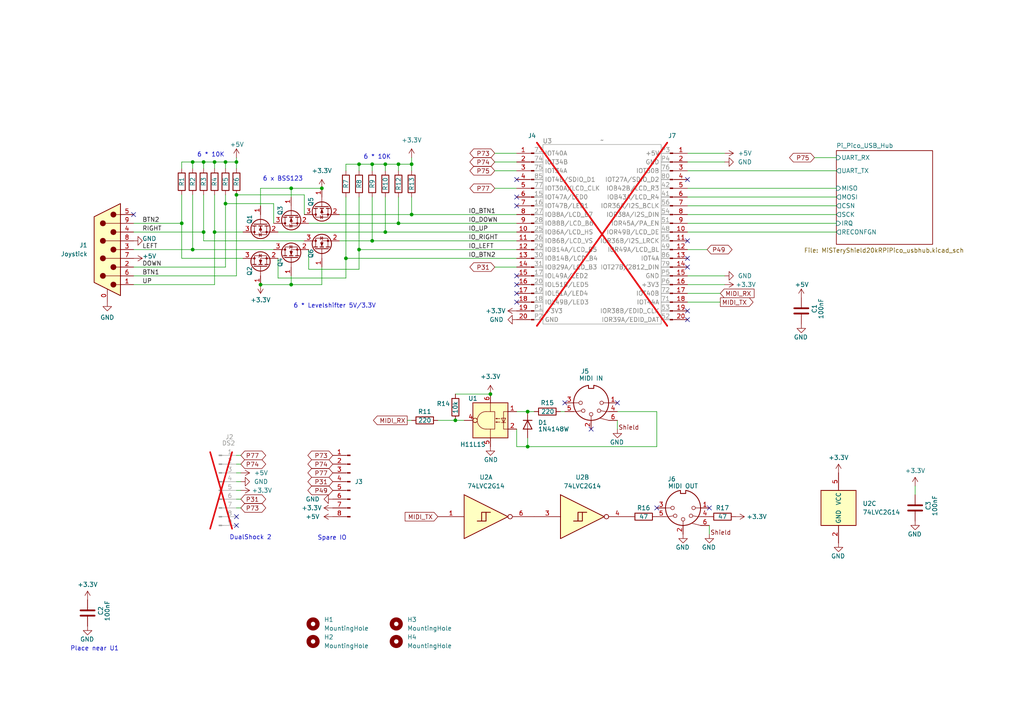
<source format=kicad_sch>
(kicad_sch (version 20231120) (generator "eeschema") (generator_version "8.0")
  (paper "A4")
  (title_block (title "MiSTeryShield20KPiPico") (date "2025-01-30") (rev "V1") (company "Stefan Voss") (comment 3 "(c) 2025 by Stefan Voss") (comment 4 "MiSTery Pi Pico WLAN Shield for Tang Nano 20K"))
  (lib_symbols
    (symbol "74xGxx:74LVC2G14"
      (property "Reference" "U" (at 0 7.62 0))
      (property "Value" "74LVC2G14" (at 2.54 -7.62 0))
      (symbol "74LVC2G14_1_1"
        (pin input line (at -15.24 0 0) (length 7.62) (name "~") (number "1"))
        (pin output inverted (at 12.7 0 180) (length 7.62) (name "~") (number "6"))
      )
      (symbol "74LVC2G14_2_1"
        (pin input line (at -15.24 0 0) (length 7.62) (name "~") (number "3"))
        (pin output inverted (at 12.7 0 180) (length 7.62) (name "~") (number "4"))
      )
      (symbol "74LVC2G14_3_1"
        (pin power_in line (at 0 -10.16 90) (length 5.08) (name "GND") (number "2"))
        (pin power_in line (at 0 10.16 270) (length 5.08) (name "VCC") (number "5"))
      )
    )
    (symbol "Connector:Conn_01x08_Pin" (pin_names (offset 1.016) hide)
      (property "Reference" "J" (at 0 10.16 0))
      (property "Value" "Conn_01x08_Pin" (at 0 -12.7 0))
      (symbol "Conn_01x08_Pin_1_1"
        (pin passive line (at 5.08 7.62 180) (length 3.81) (name "Pin_1") (number "1"))
        (pin passive line (at 5.08 5.08 180) (length 3.81) (name "Pin_2") (number "2"))
        (pin passive line (at 5.08 2.54 180) (length 3.81) (name "Pin_3") (number "3"))
        (pin passive line (at 5.08 0 180) (length 3.81) (name "Pin_4") (number "4"))
        (pin passive line (at 5.08 -2.54 180) (length 3.81) (name "Pin_5") (number "5"))
        (pin passive line (at 5.08 -5.08 180) (length 3.81) (name "Pin_6") (number "6"))
        (pin passive line (at 5.08 -7.62 180) (length 3.81) (name "Pin_7") (number "7"))
        (pin passive line (at 5.08 -10.16 180) (length 3.81) (name "Pin_8") (number "8"))
      )
    )
    (symbol "Connector:Conn_01x09_Pin" (pin_names (offset 1.016) hide)
      (property "Reference" "J" (at 0 12.7 0))
      (property "Value" "Conn_01x09_Pin" (at 0 -12.7 0))
      (symbol "Conn_01x09_Pin_1_1"
        (pin passive line (at 5.08 10.16 180) (length 3.81) (name "Pin_1") (number "1"))
        (pin passive line (at 5.08 7.62 180) (length 3.81) (name "Pin_2") (number "2"))
        (pin passive line (at 5.08 5.08 180) (length 3.81) (name "Pin_3") (number "3"))
        (pin passive line (at 5.08 2.54 180) (length 3.81) (name "Pin_4") (number "4"))
        (pin passive line (at 5.08 0 180) (length 3.81) (name "Pin_5") (number "5"))
        (pin passive line (at 5.08 -2.54 180) (length 3.81) (name "Pin_6") (number "6"))
        (pin passive line (at 5.08 -5.08 180) (length 3.81) (name "Pin_7") (number "7"))
        (pin passive line (at 5.08 -7.62 180) (length 3.81) (name "Pin_8") (number "8"))
        (pin passive line (at 5.08 -10.16 180) (length 3.81) (name "Pin_9") (number "9"))
      )
    )
    (symbol "Connector:Conn_01x20_Pin" (pin_names (offset 1.016) hide)
      (property "Reference" "J" (at 0 25.4 0))
      (property "Value" "Conn_01x20_Pin" (at 0 -27.94 0))
      (symbol "Conn_01x20_Pin_1_1"
        (pin passive line (at 5.08 22.86 180) (length 3.81) (name "Pin_1") (number "1"))
        (pin passive line (at 5.08 0 180) (length 3.81) (name "Pin_10") (number "10"))
        (pin passive line (at 5.08 -2.54 180) (length 3.81) (name "Pin_11") (number "11"))
        (pin passive line (at 5.08 -5.08 180) (length 3.81) (name "Pin_12") (number "12"))
        (pin passive line (at 5.08 -7.62 180) (length 3.81) (name "Pin_13") (number "13"))
        (pin passive line (at 5.08 -10.16 180) (length 3.81) (name "Pin_14") (number "14"))
        (pin passive line (at 5.08 -12.7 180) (length 3.81) (name "Pin_15") (number "15"))
        (pin passive line (at 5.08 -15.24 180) (length 3.81) (name "Pin_16") (number "16"))
        (pin passive line (at 5.08 -17.78 180) (length 3.81) (name "Pin_17") (number "17"))
        (pin passive line (at 5.08 -20.32 180) (length 3.81) (name "Pin_18") (number "18"))
        (pin passive line (at 5.08 -22.86 180) (length 3.81) (name "Pin_19") (number "19"))
        (pin passive line (at 5.08 20.32 180) (length 3.81) (name "Pin_2") (number "2"))
        (pin passive line (at 5.08 -25.4 180) (length 3.81) (name "Pin_20") (number "20"))
        (pin passive line (at 5.08 17.78 180) (length 3.81) (name "Pin_3") (number "3"))
        (pin passive line (at 5.08 15.24 180) (length 3.81) (name "Pin_4") (number "4"))
        (pin passive line (at 5.08 12.7 180) (length 3.81) (name "Pin_5") (number "5"))
        (pin passive line (at 5.08 10.16 180) (length 3.81) (name "Pin_6") (number "6"))
        (pin passive line (at 5.08 7.62 180) (length 3.81) (name "Pin_7") (number "7"))
        (pin passive line (at 5.08 5.08 180) (length 3.81) (name "Pin_8") (number "8"))
        (pin passive line (at 5.08 2.54 180) (length 3.81) (name "Pin_9") (number "9"))
      )
    )
    (symbol "Connector:DE9_Plug_MountingHoles" (pin_names (offset 1.016) hide)
      (property "Reference" "J" (at 0 16.51 0))
      (property "Value" "DE9_Plug_MountingHoles" (at 0 14.605 0))
      (symbol "DE9_Plug_MountingHoles_1_1"
        (pin passive line (at 0 -15.24 90) (length 3.81) (name "PAD") (number "0"))
        (pin passive line (at -7.62 -10.16 0) (length 3.81) (name "1") (number "1"))
        (pin passive line (at -7.62 -5.08 0) (length 3.81) (name "2") (number "2"))
        (pin passive line (at -7.62 0 0) (length 3.81) (name "3") (number "3"))
        (pin passive line (at -7.62 5.08 0) (length 3.81) (name "4") (number "4"))
        (pin passive line (at -7.62 10.16 0) (length 3.81) (name "5") (number "5"))
        (pin passive line (at -7.62 -7.62 0) (length 3.81) (name "6") (number "6"))
        (pin passive line (at -7.62 -2.54 0) (length 3.81) (name "7") (number "7"))
        (pin passive line (at -7.62 2.54 0) (length 3.81) (name "8") (number "8"))
        (pin passive line (at -7.62 7.62 0) (length 3.81) (name "9") (number "9"))
      )
    )
    (symbol "Device:C" (pin_numbers hide) (pin_names (offset 0.254))
      (property "Reference" "C" (at 0.635 2.54 0))
      (property "Value" "C" (at 0.635 -2.54 0))
      (symbol "C_1_1"
        (pin passive line (at 0 3.81 270) (length 2.794) (name "~") (number "1"))
        (pin passive line (at 0 -3.81 90) (length 2.794) (name "~") (number "2"))
      )
    )
    (symbol "Device:R" (pin_numbers hide) (pin_names (offset 0))
      (property "Reference" "R" (at 2.032 0 90))
      (property "Value" "R" (at 0 0 90))
      (symbol "R_1_1"
        (pin passive line (at 0 3.81 270) (length 1.27) (name "~") (number "1"))
        (pin passive line (at 0 -3.81 90) (length 1.27) (name "~") (number "2"))
      )
    )
    (symbol "Diode:1N4148W" (pin_numbers hide) (pin_names hide)
      (property "Reference" "D" (at 0 2.54 0))
      (property "Value" "1N4148W" (at 0 -2.54 0))
      (symbol "1N4148W_1_1"
        (pin passive line (at -3.81 0 0) (length 2.54) (name "K") (number "1"))
        (pin passive line (at 3.81 0 180) (length 2.54) (name "A") (number "2"))
      )
    )
    (symbol "Isolator:H11L1" (pin_names (offset 1.016))
      (property "Reference" "U" (at 1.27 8.89 0))
      (property "Value" "H11L1" (at 1.27 6.35 0))
      (symbol "H11L1_1_1"
        (pin passive line (at -7.62 2.54 0) (length 2.54) (name "~") (number "1"))
        (pin passive line (at -7.62 -2.54 0) (length 2.54) (name "~") (number "2"))
        (pin no_connect line (at -5.08 0 0) (length 2.54) hide (name "~") (number "3"))
        (pin output inverted (at 7.62 0 180) (length 3.81) (name "~") (number "4"))
        (pin power_in line (at 0 -7.62 90) (length 2.54) (name "~") (number "5"))
        (pin power_in line (at 0 7.62 270) (length 2.54) (name "~") (number "6"))
      )
    )
    (symbol "Mechanical:MountingHole" (pin_names (offset 1.016))
      (property "Reference" "H" (at 0 5.08 0))
      (property "Value" "MountingHole" (at 0 3.175 0))
    )
    (symbol "Transistor_FET:BSS123" (pin_names hide)
      (property "Reference" "Q" (at 5.08 1.905 0))
      (property "Value" "BSS123" (at 5.08 0 0))
      (symbol "BSS123_1_1"
        (pin input line (at -5.08 0 0) (length 2.54) (name "G") (number "1"))
        (pin passive line (at 2.54 -5.08 90) (length 2.54) (name "S") (number "2"))
        (pin passive line (at 2.54 5.08 270) (length 2.54) (name "D") (number "3"))
      )
    )
    (symbol "misteryshield20kpico:DIN-5_180degree" (pin_names (offset 1.016))
      (property "Reference" "J" (at 3.175 5.715 0))
      (property "Value" "DIN-5_180degree" (at 0 -6.35 0))
      (symbol "DIN-5_180degree_1_1"
        (text "Shield\n" (at -10.922 7.112 0) (effects (font (size 1.27 1.27))))
        (pin passive line (at -7.62 0 0) (length 2.54) (name "~") (number "1"))
        (pin passive line (at 0 7.62 270) (length 2.54) (name "~") (number "2"))
        (pin passive line (at 7.62 0 180) (length 2.54) (name "~") (number "3"))
        (pin passive line (at -7.62 2.54 0) (length 2.54) (name "~") (number "4"))
        (pin passive line (at 7.62 2.54 180) (length 2.54) (name "~") (number "5"))
        (pin passive line (at -7.62 5.08 0) (length 2.54) (name "~") (number "6"))
      )
    )
    (symbol "misteryshield20kpico:TangNano-20K"
      (property "Reference" "U" (at -16.51 27.94 0))
      (symbol "TangNano-20K_1_1"
        (pin bidirectional line (at -20.32 11.43 0) (length 2.54) (name "IOT47A/LED0") (number "15"))
        (pin bidirectional line (at -20.32 8.89 0) (length 2.54) (name "IOT47B/LED1") (number "16"))
        (pin bidirectional line (at -20.32 -11.43 0) (length 2.54) (name "IOL49A/LED2") (number "17"))
        (pin bidirectional line (at -20.32 -19.05 0) (length 2.54) (name "IOL49B/LED3") (number "18"))
        (pin bidirectional line (at -20.32 -16.51 0) (length 2.54) (name "IOL51A/LED4") (number "19"))
        (pin bidirectional line (at -20.32 -13.97 0) (length 2.54) (name "IOL51B/LED5") (number "20"))
        (pin bidirectional line (at -20.32 1.27 0) (length 2.54) (name "IOB6A/LCD_HS") (number "25"))
        (pin bidirectional line (at -20.32 -1.27 0) (length 2.54) (name "IOB6B/LCD_VS") (number "26"))
        (pin bidirectional line (at -20.32 6.35 0) (length 2.54) (name "IOB8A/LCD_B7") (number "27"))
        (pin bidirectional line (at -20.32 3.81 0) (length 2.54) (name "IOB8B/LCD_B6") (number "28"))
        (pin bidirectional line (at -20.32 -3.81 0) (length 2.54) (name "IOB14A/LCD_B5") (number "29"))
        (pin bidirectional line (at -20.32 -6.35 0) (length 2.54) (name "IOB14B/LCD_B4") (number "30"))
        (pin bidirectional line (at -20.32 -8.89 0) (length 2.54) (name "IOB29A/LCD_B3") (number "31"))
        (pin bidirectional line (at 19.05 11.43 180) (length 2.54) (name "IOB43A/LCD_R4") (number "41"))
        (pin bidirectional line (at 19.05 13.97 180) (length 2.54) (name "IOB42B/LCD_R3") (number "42"))
        (pin bidirectional line (at 19.05 1.27 180) (length 2.54) (name "IOR49B/LCD_DE") (number "48"))
        (pin bidirectional line (at 19.05 -3.81 180) (length 2.54) (name "IOR49A/LCD_BL") (number "49"))
        (pin bidirectional line (at 19.05 3.81 180) (length 2.54) (name "IOR45A/PA_EN") (number "51"))
        (pin bidirectional line (at 19.05 -24.13 180) (length 2.54) (name "IOR39A/EDID_DAT") (number "52"))
        (pin bidirectional line (at 19.05 -21.59 180) (length 2.54) (name "IOR38B/EDID_CLK") (number "53"))
        (pin bidirectional line (at 19.05 6.35 180) (length 2.54) (name "IOR38A/I2S_DIN") (number "54"))
        (pin bidirectional line (at 19.05 -1.27 180) (length 2.54) (name "IOR36B/I2S_LRCK") (number "55"))
        (pin bidirectional line (at 19.05 8.89 180) (length 2.54) (name "IOR36A/I2S_BCLK") (number "56"))
        (pin bidirectional line (at 19.05 -19.05 180) (length 2.54) (name "IOT44A") (number "71"))
        (pin bidirectional line (at 19.05 -16.51 180) (length 2.54) (name "IOT40B") (number "72"))
        (pin bidirectional line (at -20.32 24.13 0) (length 2.54) (name "IOT40A") (number "73"))
        (pin bidirectional line (at -20.32 21.59 0) (length 2.54) (name "IOT34B") (number "74"))
        (pin bidirectional line (at -20.32 19.05 0) (length 2.54) (name "IOT34A") (number "75"))
        (pin bidirectional line (at 19.05 19.05 180) (length 2.54) (name "IOT30B") (number "76"))
        (pin bidirectional line (at -20.32 13.97 0) (length 2.54) (name "IOT30A/LCD_CLK") (number "77"))
        (pin bidirectional line (at 19.05 -8.89 180) (length 2.54) (name "IOT27B/2812_DIN") (number "79"))
        (pin bidirectional line (at 19.05 16.51 180) (length 2.54) (name "IOT27A/SDIO_D2") (number "80"))
        (pin bidirectional line (at -20.32 16.51 0) (length 2.54) (name "IOT4B/SDIO_D1") (number "85"))
        (pin bidirectional line (at 19.05 -6.35 180) (length 2.54) (name "IOT4A") (number "86"))
        (pin power_out line (at -20.32 -21.59 0) (length 2.54) (name "+3V3") (number "P1"))
        (pin power_in line (at -20.32 -24.13 0) (length 2.54) (name "GND") (number "P2"))
        (pin power_in line (at 19.05 24.13 180) (length 2.54) (name "+5V") (number "P3"))
        (pin power_in line (at 19.05 21.59 180) (length 2.54) (name "GND") (number "P4"))
        (pin power_in line (at 19.05 -11.43 180) (length 2.54) (name "GND") (number "P5"))
        (pin power_out line (at 19.05 -13.97 180) (length 2.54) (name "+3V3") (number "P6"))
      )
    )
    (symbol "power:+3.3V" (power) (pin_names (offset 0))
      (property "Value" "+3.3V" (at 0 3.556 0))
      (symbol "+3.3V_1_1"
        (pin power_in line (at 0 0 90) (length 0) hide (name "+3.3V") (number "1"))
      )
    )
    (symbol "power:+5V" (power) (pin_names (offset 0))
      (property "Value" "+5V" (at 0 3.556 0))
      (symbol "+5V_1_1"
        (pin power_in line (at 0 0 90) (length 0) hide (name "+5V") (number "1"))
      )
    )
    (symbol "power:GND" (power) (pin_names (offset 0))
      (property "Value" "GND" (at 0 -3.81 0))
      (symbol "GND_1_1"
        (pin power_in line (at 0 0 270) (length 0) hide (name "GND") (number "1"))
      )
    )
  )
  (junction (at 107.95 69.85))
  (junction (at 104.14 72.39))
  (junction (at 115.57 47.625))
  (junction (at 59.055 67.31))
  (junction (at 55.88 46.99))
  (junction (at 84.455 54.61))
  (junction (at 142.24 114.3))
  (junction (at 119.38 62.23))
  (junction (at 55.88 72.39))
  (junction (at 68.58 46.99))
  (junction (at 104.14 47.625))
  (junction (at 153.035 119.38))
  (junction (at 59.055 46.99))
  (junction (at 52.705 64.77))
  (junction (at 65.405 46.99))
  (junction (at 84.455 82.55))
  (junction (at 100.33 74.93))
  (junction (at 111.76 67.31))
  (junction (at 75.565 82.55))
  (junction (at 111.76 47.625))
  (junction (at 65.405 59.055))
  (junction (at 62.23 46.99))
  (junction (at 119.38 47.625))
  (junction (at 107.95 47.625))
  (junction (at 153.035 129.54))
  (junction (at 93.345 54.61))
  (junction (at 132.08 121.92))
  (junction (at 115.57 64.77))
  (junction (at 62.23 67.31))
  (junction (at 68.58 56.515))
  (no_connect (at 199.39 69.85))
  (no_connect (at 149.86 82.55))
  (no_connect (at 163.83 116.84))
  (no_connect (at 149.86 80.01))
  (no_connect (at 205.74 147.32))
  (no_connect (at 149.86 52.07))
  (no_connect (at 149.86 59.69))
  (no_connect (at 68.58 152.4))
  (no_connect (at 190.5 147.32))
  (no_connect (at 149.86 85.09))
  (no_connect (at 199.39 77.47))
  (no_connect (at 199.39 90.17))
  (no_connect (at 38.735 62.23))
  (no_connect (at 171.45 124.46))
  (no_connect (at 149.86 57.15))
  (no_connect (at 149.86 87.63))
  (no_connect (at 199.39 52.07))
  (no_connect (at 68.58 149.86))
  (no_connect (at 199.39 92.71))
  (no_connect (at 199.39 74.93))
  (no_connect (at 179.07 116.84))
  (wire (pts (xy 84.455 54.61) (xy 93.345 54.61)))
  (wire (pts (xy 111.76 57.15) (xy 111.76 67.31)))
  (wire (pts (xy 89.535 64.77) (xy 115.57 64.77)))
  (wire (pts (xy 190.5 119.38) (xy 190.5 129.54)))
  (wire (pts (xy 68.58 134.62) (xy 69.85 134.62)))
  (wire (pts (xy 88.265 56.515) (xy 88.265 62.23)))
  (wire (pts (xy 143.51 49.53) (xy 149.86 49.53)))
  (wire (pts (xy 115.57 64.77) (xy 149.86 64.77)))
  (wire (pts (xy 55.88 46.99) (xy 55.88 48.895)))
  (wire (pts (xy 179.07 121.92) (xy 179.07 124.46)))
  (wire (pts (xy 100.33 74.93) (xy 149.86 74.93)))
  (wire (pts (xy 143.51 46.99) (xy 149.86 46.99)))
  (wire (pts (xy 62.23 67.31) (xy 70.485 67.31)))
  (wire (pts (xy 190.5 129.54) (xy 153.035 129.54)))
  (wire (pts (xy 119.38 47.625) (xy 119.38 45.72)))
  (wire (pts (xy 100.33 47.625) (xy 104.14 47.625)))
  (wire (pts (xy 84.455 82.55) (xy 93.345 82.55)))
  (wire (pts (xy 52.705 74.93) (xy 52.705 64.77)))
  (wire (pts (xy 111.76 47.625) (xy 111.76 49.53)))
  (wire (pts (xy 65.405 59.055) (xy 65.405 56.515)))
  (wire (pts (xy 199.39 62.23) (xy 242.57 62.23)))
  (wire (pts (xy 65.405 46.99) (xy 65.405 48.895)))
  (wire (pts (xy 52.705 48.895) (xy 52.705 46.99)))
  (wire (pts (xy 52.705 46.99) (xy 55.88 46.99)))
  (wire (pts (xy 104.14 47.625) (xy 104.14 49.53)))
  (wire (pts (xy 62.23 46.99) (xy 65.405 46.99)))
  (wire (pts (xy 38.735 64.77) (xy 52.705 64.77)))
  (wire (pts (xy 79.375 59.055) (xy 65.405 59.055)))
  (wire (pts (xy 75.565 54.61) (xy 84.455 54.61)))
  (wire (pts (xy 52.705 64.77) (xy 52.705 56.515)))
  (wire (pts (xy 149.86 129.54) (xy 149.86 124.46)))
  (wire (pts (xy 199.39 46.99) (xy 210.185 46.99)))
  (wire (pts (xy 111.76 47.625) (xy 115.57 47.625)))
  (wire (pts (xy 143.51 77.47) (xy 149.86 77.47)))
  (wire (pts (xy 52.705 74.93) (xy 70.485 74.93)))
  (wire (pts (xy 68.58 46.99) (xy 68.58 48.895)))
  (wire (pts (xy 65.405 59.055) (xy 65.405 77.47)))
  (wire (pts (xy 89.535 78.105) (xy 104.14 78.105)))
  (wire (pts (xy 153.035 129.54) (xy 149.86 129.54)))
  (wire (pts (xy 119.38 62.23) (xy 149.86 62.23)))
  (wire (pts (xy 68.58 142.24) (xy 69.85 142.24)))
  (wire (pts (xy 265.43 140.97) (xy 265.43 143.51)))
  (wire (pts (xy 100.33 74.93) (xy 100.33 80.645)))
  (wire (pts (xy 59.055 46.99) (xy 62.23 46.99)))
  (wire (pts (xy 62.23 67.31) (xy 62.23 56.515)))
  (wire (pts (xy 38.735 77.47) (xy 65.405 77.47)))
  (wire (pts (xy 107.95 47.625) (xy 107.95 49.53)))
  (wire (pts (xy 68.58 137.16) (xy 69.85 137.16)))
  (wire (pts (xy 55.88 72.39) (xy 55.88 56.515)))
  (wire (pts (xy 127 121.92) (xy 132.08 121.92)))
  (wire (pts (xy 199.39 44.45) (xy 210.185 44.45)))
  (wire (pts (xy 199.39 72.39) (xy 205.105 72.39)))
  (wire (pts (xy 132.08 121.92) (xy 134.62 121.92)))
  (wire (pts (xy 84.455 57.15) (xy 84.455 54.61)))
  (wire (pts (xy 79.375 59.055) (xy 79.375 64.77)))
  (wire (pts (xy 115.57 47.625) (xy 119.38 47.625)))
  (wire (pts (xy 236.22 45.72) (xy 242.57 45.72)))
  (wire (pts (xy 153.035 119.38) (xy 149.86 119.38)))
  (wire (pts (xy 153.035 129.54) (xy 153.035 127)))
  (wire (pts (xy 118.11 121.92) (xy 119.38 121.92)))
  (wire (pts (xy 65.405 46.99) (xy 68.58 46.99)))
  (wire (pts (xy 143.51 54.61) (xy 149.86 54.61)))
  (wire (pts (xy 68.58 56.515) (xy 88.265 56.515)))
  (wire (pts (xy 104.14 72.39) (xy 149.86 72.39)))
  (wire (pts (xy 75.565 82.55) (xy 84.455 82.55)))
  (wire (pts (xy 80.645 80.645) (xy 100.33 80.645)))
  (wire (pts (xy 205.74 152.4) (xy 205.74 154.94)))
  (wire (pts (xy 199.39 87.63) (xy 208.915 87.63)))
  (wire (pts (xy 104.14 72.39) (xy 104.14 78.105)))
  (wire (pts (xy 38.735 72.39) (xy 55.88 72.39)))
  (wire (pts (xy 199.39 54.61) (xy 242.57 54.61)))
  (wire (pts (xy 104.14 47.625) (xy 107.95 47.625)))
  (wire (pts (xy 104.14 57.15) (xy 104.14 72.39)))
  (wire (pts (xy 107.95 69.85) (xy 149.86 69.85)))
  (wire (pts (xy 199.39 57.15) (xy 242.57 57.15)))
  (wire (pts (xy 179.07 119.38) (xy 190.5 119.38)))
  (wire (pts (xy 107.95 57.15) (xy 107.95 69.85)))
  (wire (pts (xy 80.645 74.93) (xy 80.645 80.645)))
  (wire (pts (xy 80.645 67.31) (xy 111.76 67.31)))
  (wire (pts (xy 68.58 56.515) (xy 68.58 80.01)))
  (wire (pts (xy 119.38 57.15) (xy 119.38 62.23)))
  (wire (pts (xy 89.535 72.39) (xy 89.535 78.105)))
  (wire (pts (xy 59.055 69.85) (xy 59.055 67.31)))
  (wire (pts (xy 132.08 114.3) (xy 142.24 114.3)))
  (wire (pts (xy 38.735 82.55) (xy 62.23 82.55)))
  (wire (pts (xy 199.39 82.55) (xy 210.185 82.55)))
  (wire (pts (xy 59.055 69.85) (xy 88.265 69.85)))
  (wire (pts (xy 68.58 139.7) (xy 69.85 139.7)))
  (wire (pts (xy 98.425 62.23) (xy 119.38 62.23)))
  (wire (pts (xy 100.33 57.15) (xy 100.33 74.93)))
  (wire (pts (xy 199.39 64.77) (xy 242.57 64.77)))
  (wire (pts (xy 38.735 67.31) (xy 59.055 67.31)))
  (wire (pts (xy 93.345 82.55) (xy 93.345 77.47)))
  (wire (pts (xy 107.95 47.625) (xy 111.76 47.625)))
  (wire (pts (xy 115.57 57.15) (xy 115.57 64.77)))
  (wire (pts (xy 199.39 85.09) (xy 208.915 85.09)))
  (wire (pts (xy 62.23 67.31) (xy 62.23 82.55)))
  (wire (pts (xy 68.58 147.32) (xy 69.85 147.32)))
  (wire (pts (xy 154.94 119.38) (xy 153.035 119.38)))
  (wire (pts (xy 98.425 69.85) (xy 107.95 69.85)))
  (wire (pts (xy 55.88 72.39) (xy 79.375 72.39)))
  (wire (pts (xy 199.39 67.31) (xy 242.57 67.31)))
  (wire (pts (xy 162.56 119.38) (xy 163.83 119.38)))
  (wire (pts (xy 199.39 49.53) (xy 242.57 49.53)))
  (wire (pts (xy 68.58 132.08) (xy 69.85 132.08)))
  (wire (pts (xy 59.055 67.31) (xy 59.055 56.515)))
  (wire (pts (xy 199.39 80.01) (xy 210.185 80.01)))
  (wire (pts (xy 38.735 80.01) (xy 68.58 80.01)))
  (wire (pts (xy 75.565 59.69) (xy 75.565 54.61)))
  (wire (pts (xy 115.57 47.625) (xy 115.57 49.53)))
  (wire (pts (xy 119.38 47.625) (xy 119.38 49.53)))
  (wire (pts (xy 59.055 46.99) (xy 59.055 48.895)))
  (wire (pts (xy 143.51 44.45) (xy 149.86 44.45)))
  (wire (pts (xy 100.33 49.53) (xy 100.33 47.625)))
  (wire (pts (xy 199.39 59.69) (xy 242.57 59.69)))
  (wire (pts (xy 55.88 46.99) (xy 59.055 46.99)))
  (wire (pts (xy 62.23 46.99) (xy 62.23 48.895)))
  (wire (pts (xy 84.455 80.01) (xy 84.455 82.55)))
  (wire (pts (xy 68.58 144.78) (xy 69.85 144.78)))
  (wire (pts (xy 68.58 46.99) (xy 68.58 45.72)))
  (wire (pts (xy 111.76 67.31) (xy 149.86 67.31)))
  (text "6 * Levelshifter 5V/3.3V" (at 85.09 89.535 0) (effects (font (size 1.27 1.27)) (justify left bottom)))
  (text "Spare IO" (at 92.075 156.845 0) (effects (font (size 1.27 1.27)) (justify left bottom)))
  (text "Place near U1" (at 27.432 188.214 0) (effects (font (size 1.27 1.27))))
  (text "DualShock 2" (at 66.548 156.718 0) (effects (font (size 1.27 1.27)) (justify left bottom)))
  (text "6 * 10K" (at 57.15 45.72 0) (effects (font (size 1.27 1.27)) (justify left bottom)))
  (text "6 x BSS123" (at 76.2 52.705 0) (effects (font (size 1.27 1.27)) (justify left bottom)))
  (text "6 * 10K" (at 105.41 46.355 0) (effects (font (size 1.27 1.27)) (justify left bottom)))
  (label "IO_LEFT" (at 135.89 72.39 0))
  (label "BTN2" (at 41.275 64.77 0))
  (label "LEFT" (at 41.275 72.39 0))
  (label "UP" (at 41.275 82.55 0))
  (label "BTN1" (at 41.275 80.01 0))
  (label "IO_BTN1" (at 135.89 62.23 0))
  (label "IO_UP" (at 135.89 67.31 0))
  (label "IO_DOWN" (at 135.89 64.77 0))
  (label "IO_BTN2" (at 135.89 74.93 0))
  (label "IO_RIGHT" (at 135.89 69.85 0))
  (label "DOWN" (at 41.275 77.47 0))
  (label "RIGHT" (at 41.275 67.31 0))
  (global_label "P31" (shape bidirectional) (at 143.51 77.47 180) (property "Intersheetrefs" "${INTERSHEET_REFS}" (effects (hide yes))))
  (global_label "P49" (shape bidirectional) (at 96.52 142.24 180) (property "Intersheetrefs" "${INTERSHEET_REFS}" (effects (hide yes))))
  (global_label "P49" (shape bidirectional) (at 205.105 72.39 0) (property "Intersheetrefs" "${INTERSHEET_REFS}" (effects (hide yes))))
  (global_label "P74" (shape bidirectional) (at 96.52 134.62 180) (property "Intersheetrefs" "${INTERSHEET_REFS}" (effects (hide yes))))
  (global_label "P75" (shape bidirectional) (at 143.51 49.53 180) (property "Intersheetrefs" "${INTERSHEET_REFS}" (effects (hide yes))))
  (global_label "P74" (shape bidirectional) (at 69.85 134.62 0) (property "Intersheetrefs" "${INTERSHEET_REFS}" (effects (hide yes))))
  (global_label "P73" (shape bidirectional) (at 69.85 147.32 0) (property "Intersheetrefs" "${INTERSHEET_REFS}" (effects (hide yes))))
  (global_label "MIDI_TX" (shape input) (at 127 149.86 180) (property "Intersheetrefs" "${INTERSHEET_REFS}" (effects (hide yes))))
  (global_label "P75" (shape bidirectional) (at 236.22 45.72 180) (property "Intersheetrefs" "${INTERSHEET_REFS}" (effects (hide yes))))
  (global_label "MIDI_RX" (shape input) (at 208.915 85.09 0) (property "Intersheetrefs" "${INTERSHEET_REFS}" (effects (hide yes))))
  (global_label "P74" (shape bidirectional) (at 143.51 46.99 180) (property "Intersheetrefs" "${INTERSHEET_REFS}" (effects (hide yes))))
  (global_label "P73" (shape bidirectional) (at 96.52 132.08 180) (property "Intersheetrefs" "${INTERSHEET_REFS}" (effects (hide yes))))
  (global_label "P77" (shape bidirectional) (at 96.52 137.16 180) (property "Intersheetrefs" "${INTERSHEET_REFS}" (effects (hide yes))))
  (global_label "MIDI_TX" (shape output) (at 208.915 87.63 0) (property "Intersheetrefs" "${INTERSHEET_REFS}" (effects (hide yes))))
  (global_label "MIDI_RX" (shape output) (at 118.11 121.92 180) (property "Intersheetrefs" "${INTERSHEET_REFS}" (effects (hide yes))))
  (global_label "P77" (shape bidirectional) (at 143.51 54.61 180) (property "Intersheetrefs" "${INTERSHEET_REFS}" (effects (hide yes))))
  (global_label "P31" (shape bidirectional) (at 96.52 139.7 180) (property "Intersheetrefs" "${INTERSHEET_REFS}" (effects (hide yes))))
  (global_label "P73" (shape bidirectional) (at 143.51 44.45 180) (property "Intersheetrefs" "${INTERSHEET_REFS}" (effects (hide yes))))
  (global_label "P31" (shape bidirectional) (at 69.85 144.78 0) (property "Intersheetrefs" "${INTERSHEET_REFS}" (effects (hide yes))))
  (global_label "P77" (shape bidirectional) (at 69.85 132.08 0) (property "Intersheetrefs" "${INTERSHEET_REFS}" (effects (hide yes))))
  (symbol (lib_id "misteryshield20kpico:DIN-5_180degree") (at 198.12 147.32 180) (unit 1)
    (property "Reference" "J6" (at 194.818 138.938 0))
    (property "Value" "MIDI OUT" (at 198.12 140.97 0))
    (property "Footprint" "MiSTeryShield20kRPiPico:DIN-5_180degree" (effects (hide yes)))
    (property "Datasheet" "http://www.mouser.com/ds/2/18/40_c091_abd_e-75918.pdf" (effects (hide yes)))
    (property "Description" "5-pin DIN connector (5-pin DIN-5 stereo)" (effects (hide yes)))
    (property "LCSC Part #" "C2939346" (effects (hide yes)))
    (property "Comment" "DIN-5_180degree" (effects (hide yes)))
  )
  (symbol (lib_id "Device:C") (at 25.4 177.8 180) (unit 1)
    (property "Reference" "C2" (at 29.21 177.165 90))
    (property "Value" "100nF" (at 31.115 177.165 90))
    (property "Footprint" "Capacitor_SMD:C_0805_2012Metric" (effects (hide yes)))
    (property "LCSC Part #" "C49678" (effects (hide yes)))
    (property "Comment" "0805" (effects (hide yes)))
  )
  (symbol (lib_id "Device:R") (at 62.23 52.705 180) (unit 1)
    (property "Reference" "R4" (at 62.23 52.705 90))
    (property "Value" "10k" (effects (hide yes)))
    (property "Footprint" "Resistor_SMD:R_0805_2012Metric" (effects (hide yes)))
    (property "LCSC Part #" "C17414" (effects (hide yes)))
    (property "Comment" "0805" (effects (hide yes)))
  )
  (symbol (lib_id "power:+5V") (at 96.52 149.86 90) (mirror x) (unit 1)
    (property "Reference" "#PWR011" (effects (hide yes)))
    (property "Value" "+5V" (at 92.71 149.86 90) (effects (justify left)))
  )
  (symbol (lib_id "Connector:Conn_01x08_Pin") (at 101.6 139.7 0) (mirror y) (unit 1)
    (property "Reference" "J3" (at 102.87 139.7 0) (effects (justify right)))
    (property "Value" "Conn_02x04_Pin" (effects (hide yes)))
    (property "Footprint" "Connector_PinHeader_2.54mm:PinHeader_2x04_P2.54mm_Vertical" (effects (hide yes)))
    (property "LCSC Part #" "C7501275" (effects (hide yes)))
    (property "Comment" "2x04, P2.54mm" (effects (hide yes)))
  )
  (symbol (lib_id "Mechanical:MountingHole") (at 90.805 180.975 0) (unit 1) (in_bom no)
    (property "Reference" "H1" (at 93.98 179.705 0) (effects (justify left)))
    (property "Value" "MountingHole" (at 93.98 182.245 0) (effects (justify left)))
    (property "Footprint" "MountingHole:MountingHole_3.2mm_M3" (effects (hide yes)))
  )
  (symbol (lib_id "power:+3.3V") (at 25.4 173.99 0) (unit 1)
    (property "Reference" "#PWR028" (effects (hide yes)))
    (property "Value" "+3.3V" (at 25.4 169.545 0))
  )
  (symbol (lib_id "power:+3.3V") (at 69.85 142.24 270) (mirror x) (unit 1)
    (property "Reference" "#PWR05" (effects (hide yes)))
    (property "Value" "+3.3V" (at 73.025 142.24 90) (effects (justify left)))
  )
  (symbol (lib_id "Device:C") (at 265.43 147.32 180) (unit 1)
    (property "Reference" "C3" (at 269.24 146.685 90))
    (property "Value" "100nF" (at 271.145 146.685 90))
    (property "Footprint" "Capacitor_SMD:C_0805_2012Metric" (effects (hide yes)))
    (property "LCSC Part #" "C49678" (effects (hide yes)))
    (property "Comment" "0805" (effects (hide yes)))
  )
  (symbol (lib_id "Diode:1N4148W") (at 153.035 123.19 90) (mirror x) (unit 1)
    (property "Reference" "D1" (at 158.75 122.555 90) (effects (justify left)))
    (property "Value" "1N4148W" (at 165.1 124.46 90) (effects (justify left)))
    (property "Footprint" "Diode_SMD:D_SOD-123" (effects (hide yes)))
    (property "Datasheet" "https://www.vishay.com/docs/85748/1n4148w.pdf" (effects (hide yes)))
    (property "Sim.Device" "D" (effects (hide yes)))
    (property "Sim.Pins" "1=K 2=A" (effects (hide yes)))
    (property "LCSC Part #" "C81598" (effects (hide yes)))
    (property "Comment" "SOD-123" (effects (hide yes)))
  )
  (symbol (lib_id "Device:R") (at 132.08 118.11 0) (mirror x) (unit 1)
    (property "Reference" "R14" (at 130.556 117.094 0) (effects (justify right)))
    (property "Value" "10k" (at 132.08 120.015 90) (effects (justify right)))
    (property "Footprint" "Resistor_SMD:R_0805_2012Metric" (effects (hide yes)))
    (property "LCSC Part #" "C17414" (effects (hide yes)))
    (property "Comment" "0805" (effects (hide yes)))
  )
  (symbol (lib_id "power:+3.3V") (at 119.38 45.72 0) (unit 1)
    (property "Reference" "#PWR013" (effects (hide yes)))
    (property "Value" "+3.3V" (at 119.38 40.64 0))
  )
  (symbol (lib_id "power:GND") (at 243.205 157.48 0) (unit 1)
    (property "Reference" "#PWR027" (effects (hide yes)))
    (property "Value" "GND" (at 245.11 161.29 0) (effects (justify right)))
  )
  (symbol (lib_id "power:+5V") (at 210.185 44.45 270) (unit 1)
    (property "Reference" "#PWR019" (effects (hide yes)))
    (property "Value" "+5V" (at 213.995 44.45 90) (effects (justify left)))
  )
  (symbol (lib_id "Device:R") (at 100.33 53.34 180) (unit 1)
    (property "Reference" "R7" (at 100.33 53.34 90))
    (property "Value" "10k" (effects (hide yes)))
    (property "Footprint" "Resistor_SMD:R_0805_2012Metric" (effects (hide yes)))
    (property "LCSC Part #" "C17414" (effects (hide yes)))
    (property "Comment" "0805" (effects (hide yes)))
  )
  (symbol (lib_id "power:GND") (at 198.12 154.94 0) (unit 1)
    (property "Reference" "#PWR018" (effects (hide yes)))
    (property "Value" "GND" (at 200.025 158.75 0) (effects (justify right)))
  )
  (symbol (lib_id "power:+5V") (at 38.735 74.93 270) (unit 1)
    (property "Reference" "#PWR03" (effects (hide yes)))
    (property "Value" "+5V" (at 41.275 74.295 90) (effects (justify left)))
  )
  (symbol (lib_id "power:GND") (at 210.185 80.01 90) (unit 1)
    (property "Reference" "#PWR021" (effects (hide yes)))
    (property "Value" "GND" (at 213.995 80.01 90) (effects (justify right)))
  )
  (symbol (lib_id "power:+3.3V") (at 75.565 82.55 180) (unit 1)
    (property "Reference" "#PWR08" (effects (hide yes)))
    (property "Value" "+3.3V" (at 75.565 86.995 0))
  )
  (symbol (lib_id "power:GND") (at 232.41 93.98 0) (unit 1)
    (property "Reference" "#PWR025" (effects (hide yes)))
    (property "Value" "GND" (at 234.315 97.79 0) (effects (justify right)))
  )
  (symbol (lib_id "Mechanical:MountingHole") (at 114.935 180.975 0) (unit 1) (in_bom no)
    (property "Reference" "H3" (at 118.11 179.705 0) (effects (justify left)))
    (property "Value" "MountingHole" (at 118.11 182.245 0) (effects (justify left)))
    (property "Footprint" "MountingHole:MountingHole_3.2mm_M3" (effects (hide yes)))
  )
  (symbol (lib_id "Connector:Conn_01x20_Pin") (at 194.31 67.31 0) (unit 1)
    (property "Reference" "J7" (at 194.945 39.37 0))
    (property "Value" "Conn_01x20_Pin" (effects (hide yes)))
    (property "Footprint" "Connector_PinSocket_2.54mm:PinSocket_1x20_P2.54mm_Vertical" (effects (hide yes)))
    (property "Description" "Generic connector, single row, 01x20, script generated" (effects (hide yes)))
    (property "LCSC Part #" "C18078139" (effects (hide yes)))
    (property "Comment" "1x20, P2.54mm" (effects (hide yes)))
  )
  (symbol (lib_id "Mechanical:MountingHole") (at 90.805 186.055 0) (unit 1) (in_bom no)
    (property "Reference" "H2" (at 93.98 184.785 0) (effects (justify left)))
    (property "Value" "MountingHole" (at 93.98 187.325 0) (effects (justify left)))
    (property "Footprint" "MountingHole:MountingHole_3.2mm_M3" (effects (hide yes)))
  )
  (symbol (lib_id "power:GND") (at 179.07 124.46 0) (unit 1)
    (property "Reference" "#PWR053" (effects (hide yes)))
    (property "Value" "GND" (at 180.975 128.27 0) (effects (justify right)))
  )
  (symbol (lib_id "Isolator:H11L1") (at 142.24 121.92 0) (mirror y) (unit 1)
    (property "Reference" "U1" (at 137.16 115.57 0))
    (property "Value" "H11L1S" (at 137.16 128.905 0))
    (property "Footprint" "Package_DIP:SMDIP-6_W9.53mm" (effects (hide yes)))
    (property "Datasheet" "https://www.onsemi.com/pub/Collateral/H11L3M-D.PDF" (effects (hide yes)))
    (property "LCSC Part #" "C78589" (effects (hide yes)))
    (property "Comment" "SMDIP-6" (effects (hide yes)))
  )
  (symbol (lib_id "misteryshield20kpico:TangNano-20K") (at 175.26 68.58 0) (unit 1) (in_bom no) (on_board no) (dnp yes)
    (property "Reference" "U3" (at 158.75 40.894 0))
    (property "Value" "~" (at 174.625 40.64 0))
    (property "Footprint" "MiSTeryShield20kRPiPico:TangNano-20K" (effects (hide yes)))
  )
  (symbol (lib_id "power:+3.3V") (at 96.52 147.32 90) (mirror x) (unit 1)
    (property "Reference" "#PWR010" (effects (hide yes)))
    (property "Value" "+3.3V" (at 93.345 147.32 90) (effects (justify left)))
  )
  (symbol (lib_id "power:GND") (at 69.85 139.7 90) (mirror x) (unit 1)
    (property "Reference" "#PWR04" (effects (hide yes)))
    (property "Value" "GND" (at 73.66 139.7 90) (effects (justify right)))
  )
  (symbol (lib_id "Device:R") (at 59.055 52.705 180) (unit 1)
    (property "Reference" "R3" (at 59.055 52.705 90))
    (property "Value" "10k" (effects (hide yes)))
    (property "Footprint" "Resistor_SMD:R_0805_2012Metric" (effects (hide yes)))
    (property "LCSC Part #" "C17414" (effects (hide yes)))
    (property "Comment" "0805" (effects (hide yes)))
  )
  (symbol (lib_id "Device:R") (at 119.38 53.34 180) (unit 1)
    (property "Reference" "R13" (at 119.38 53.34 90))
    (property "Value" "10k" (effects (hide yes)))
    (property "Footprint" "Resistor_SMD:R_0805_2012Metric" (effects (hide yes)))
    (property "LCSC Part #" "C17414" (effects (hide yes)))
    (property "Comment" "0805" (effects (hide yes)))
  )
  (symbol (lib_id "power:GND") (at 142.24 129.54 0) (mirror y) (unit 1)
    (property "Reference" "#PWR015" (effects (hide yes)))
    (property "Value" "GND" (at 140.335 133.35 0) (effects (justify right)))
  )
  (symbol (lib_id "power:GND") (at 31.115 87.63 0) (mirror y) (unit 1)
    (property "Reference" "#PWR01" (effects (hide yes)))
    (property "Value" "GND" (at 31.115 92.075 0))
  )
  (symbol (lib_id "power:+3.3V") (at 213.36 149.86 270) (unit 1)
    (property "Reference" "#PWR023" (effects (hide yes)))
    (property "Value" "+3.3V" (at 216.535 149.86 90) (effects (justify left)))
  )
  (symbol (lib_id "74xGxx:74LVC2G14") (at 170.18 149.86 0) (unit 2)
    (property "Reference" "U2" (at 168.91 138.43 0))
    (property "Value" "74LVC2G14" (at 168.91 140.97 0))
    (property "Footprint" "Package_TO_SOT_SMD:SOT-23-6" (effects (hide yes)))
    (property "Datasheet" "https://www.ti.com/lit/ds/symlink/sn74lvc2g14.pdf" (effects (hide yes)))
    (property "LCSC Part #" "C5375976" (effects (hide yes)))
    (property "Comment" "SOT-23-6" (effects (hide yes)))
  )
  (symbol (lib_id "Connector:Conn_01x20_Pin") (at 154.94 67.31 0) (mirror y) (unit 1)
    (property "Reference" "J4" (at 154.305 39.37 0))
    (property "Value" "Conn_01x20_Pin" (effects (hide yes)))
    (property "Footprint" "Connector_PinSocket_2.54mm:PinSocket_1x20_P2.54mm_Vertical" (effects (hide yes)))
    (property "Description" "Generic connector, single row, 01x20, script generated" (effects (hide yes)))
    (property "LCSC Part #" "C18078139" (effects (hide yes)))
    (property "Comment" "1x20, P2.54mm" (effects (hide yes)))
  )
  (symbol (lib_id "Device:R") (at 107.95 53.34 180) (unit 1)
    (property "Reference" "R9" (at 107.95 53.34 90))
    (property "Value" "10k" (effects (hide yes)))
    (property "Footprint" "Resistor_SMD:R_0805_2012Metric" (effects (hide yes)))
    (property "LCSC Part #" "C17414" (effects (hide yes)))
    (property "Comment" "0805" (effects (hide yes)))
  )
  (symbol (lib_id "power:+3.3V") (at 142.24 114.3 0) (unit 1)
    (property "Reference" "#PWR014" (effects (hide yes)))
    (property "Value" "+3.3V" (at 142.24 109.22 0))
  )
  (symbol (lib_id "power:GND") (at 96.52 144.78 270) (mirror x) (unit 1)
    (property "Reference" "#PWR09" (effects (hide yes)))
    (property "Value" "GND" (at 92.71 144.78 90) (effects (justify right)))
  )
  (symbol (lib_id "Device:R") (at 65.405 52.705 180) (unit 1)
    (property "Reference" "R5" (at 65.405 52.705 90))
    (property "Value" "10k" (effects (hide yes)))
    (property "Footprint" "Resistor_SMD:R_0805_2012Metric" (effects (hide yes)))
    (property "LCSC Part #" "C17414" (effects (hide yes)))
    (property "Comment" "0805" (effects (hide yes)))
  )
  (symbol (lib_id "power:GND") (at 25.4 181.61 0) (unit 1)
    (property "Reference" "#PWR029" (effects (hide yes)))
    (property "Value" "GND" (at 27.305 185.42 0) (effects (justify right)))
  )
  (symbol (lib_id "Transistor_FET:BSS123") (at 93.345 59.69 90) (mirror x) (unit 1)
    (property "Reference" "Q5" (at 90.17 57.15 0) (effects (justify left)))
    (property "Value" "BSS123" (effects (hide yes)))
    (property "Footprint" "Package_TO_SOT_SMD:SOT-23" (effects (hide yes)))
    (property "Datasheet" "http://www.diodes.com/assets/Datasheets/ds30366.pdf" (effects (hide yes)))
    (property "LCSC Part #" "C79015" (effects (hide yes)))
    (property "Comment" "SOT-23" (effects (hide yes)))
  )
  (symbol (lib_id "power:GND") (at 265.43 151.13 0) (unit 1)
    (property "Reference" "#PWR031" (effects (hide yes)))
    (property "Value" "GND" (at 267.335 154.94 0) (effects (justify right)))
  )
  (symbol (lib_id "74xGxx:74LVC2G14") (at 243.205 147.32 0) (unit 3)
    (property "Reference" "U2" (at 250.19 146.05 0) (effects (justify left)))
    (property "Value" "74LVC2G14" (at 250.19 148.59 0) (effects (justify left)))
    (property "Footprint" "Package_TO_SOT_SMD:SOT-23-6" (effects (hide yes)))
    (property "Datasheet" "https://www.ti.com/lit/ds/symlink/sn74lvc2g14.pdf" (effects (hide yes)))
    (property "LCSC Part #" "C5375976" (effects (hide yes)))
    (property "Comment" "SOT-23-6" (effects (hide yes)))
  )
  (symbol (lib_id "Transistor_FET:BSS123") (at 84.455 74.93 90) (unit 1)
    (property "Reference" "Q4" (at 81.28 77.47 0) (effects (justify left)))
    (property "Value" "BSS123" (effects (hide yes)))
    (property "Footprint" "Package_TO_SOT_SMD:SOT-23" (effects (hide yes)))
    (property "Datasheet" "http://www.diodes.com/assets/Datasheets/ds30366.pdf" (effects (hide yes)))
    (property "LCSC Part #" "C79015" (effects (hide yes)))
    (property "Comment" "SOT-23" (effects (hide yes)))
  )
  (symbol (lib_id "power:GND") (at 205.74 154.94 0) (unit 1)
    (property "Reference" "#PWR052" (effects (hide yes)))
    (property "Value" "GND" (at 207.645 158.75 0) (effects (justify right)))
  )
  (symbol (lib_id "Device:R") (at 111.76 53.34 180) (unit 1)
    (property "Reference" "R10" (at 111.76 53.34 90))
    (property "Value" "10k" (effects (hide yes)))
    (property "Footprint" "Resistor_SMD:R_0805_2012Metric" (effects (hide yes)))
    (property "LCSC Part #" "C17414" (effects (hide yes)))
    (property "Comment" "0805" (effects (hide yes)))
  )
  (symbol (lib_id "power:+5V") (at 68.58 45.72 0) (unit 1)
    (property "Reference" "#PWR07" (effects (hide yes)))
    (property "Value" "+5V" (at 66.675 41.91 0) (effects (justify left)))
  )
  (symbol (lib_id "Connector:DE9_Plug_MountingHoles") (at 31.115 72.39 0) (mirror y) (unit 1)
    (property "Reference" "J1" (at 25.4 71.12 0) (effects (justify left)))
    (property "Value" "Joystick" (at 25.4 73.66 0) (effects (justify left)))
    (property "Footprint" "Connector_Dsub:DSUB-9_Male_Horizontal_P2.77x2.84mm_EdgePinOffset7.70mm_Housed_MountingHolesOffset9.12mm" (effects (hide yes)))
    (property "LCSC Part #" "C141880" (effects (hide yes)))
    (property "Comment" "DSUB-9 Male" (effects (hide yes)))
  )
  (symbol (lib_id "Device:R") (at 209.55 149.86 90) (unit 1)
    (property "Reference" "R17" (at 209.55 147.32 90))
    (property "Value" "47" (at 209.55 149.86 90))
    (property "Footprint" "Resistor_SMD:R_0805_2012Metric" (effects (hide yes)))
    (property "LCSC Part #" "C17714" (effects (hide yes)))
    (property "Comment" "0805" (effects (hide yes)))
  )
  (symbol (lib_id "Device:R") (at 55.88 52.705 180) (unit 1)
    (property "Reference" "R2" (at 55.88 52.705 90))
    (property "Value" "10k" (effects (hide yes)))
    (property "Footprint" "Resistor_SMD:R_0805_2012Metric" (effects (hide yes)))
    (property "LCSC Part #" "C17414" (effects (hide yes)))
    (property "Comment" "0805" (effects (hide yes)))
  )
  (symbol (lib_id "power:GND") (at 210.185 46.99 90) (unit 1)
    (property "Reference" "#PWR020" (effects (hide yes)))
    (property "Value" "GND" (at 213.995 46.99 90) (effects (justify right)))
  )
  (symbol (lib_id "power:+5V") (at 232.41 86.36 0) (unit 1)
    (property "Reference" "#PWR024" (effects (hide yes)))
    (property "Value" "+5V" (at 230.505 82.55 0) (effects (justify left)))
  )
  (symbol (lib_id "power:+3.3V") (at 93.345 54.61 0) (unit 1)
    (property "Reference" "#PWR012" (effects (hide yes)))
    (property "Value" "+3.3V" (at 93.345 49.53 0))
  )
  (symbol (lib_id "Transistor_FET:BSS123") (at 93.345 72.39 90) (unit 1)
    (property "Reference" "Q6" (at 90.17 74.93 0) (effects (justify left)))
    (property "Value" "BSS123" (effects (hide yes)))
    (property "Footprint" "Package_TO_SOT_SMD:SOT-23" (effects (hide yes)))
    (property "Datasheet" "http://www.diodes.com/assets/Datasheets/ds30366.pdf" (effects (hide yes)))
    (property "LCSC Part #" "C79015" (effects (hide yes)))
    (property "Comment" "SOT-23" (effects (hide yes)))
  )
  (symbol (lib_id "Device:R") (at 123.19 121.92 270) (mirror x) (unit 1)
    (property "Reference" "R11" (at 123.19 119.38 90))
    (property "Value" "220" (at 123.19 121.92 90))
    (property "Footprint" "Resistor_SMD:R_0805_2012Metric" (effects (hide yes)))
    (property "LCSC Part #" "C17557" (effects (hide yes)))
    (property "Comment" "0805" (effects (hide yes)))
  )
  (symbol (lib_id "power:GND") (at 38.735 69.85 90) (unit 1)
    (property "Reference" "#PWR02" (effects (hide yes)))
    (property "Value" "GND" (at 41.275 69.215 90) (effects (justify right)))
  )
  (symbol (lib_id "power:+3.3V") (at 243.205 137.16 0) (unit 1)
    (property "Reference" "#PWR026" (effects (hide yes)))
    (property "Value" "+3.3V" (at 243.205 132.715 0))
  )
  (symbol (lib_id "power:+3.3V") (at 210.185 82.55 270) (unit 1)
    (property "Reference" "#PWR022" (effects (hide yes)))
    (property "Value" "+3.3V" (at 213.36 82.55 90) (effects (justify left)))
  )
  (symbol (lib_id "Device:R") (at 68.58 52.705 180) (unit 1)
    (property "Reference" "R6" (at 68.58 52.705 90))
    (property "Value" "10k" (effects (hide yes)))
    (property "Footprint" "Resistor_SMD:R_0805_2012Metric" (effects (hide yes)))
    (property "LCSC Part #" "C17414" (effects (hide yes)))
    (property "Comment" "0805" (effects (hide yes)))
  )
  (symbol (lib_id "74xGxx:74LVC2G14") (at 142.24 149.86 0) (unit 1)
    (property "Reference" "U2" (at 140.97 138.43 0))
    (property "Value" "74LVC2G14" (at 140.97 140.97 0))
    (property "Footprint" "Package_TO_SOT_SMD:SOT-23-6" (effects (hide yes)))
    (property "Datasheet" "https://www.ti.com/lit/ds/symlink/sn74lvc2g14.pdf" (effects (hide yes)))
    (property "LCSC Part #" "C5375976" (effects (hide yes)))
    (property "Comment" "SOT-23-6" (effects (hide yes)))
  )
  (symbol (lib_id "power:+3.3V") (at 265.43 140.97 0) (unit 1)
    (property "Reference" "#PWR030" (effects (hide yes)))
    (property "Value" "+3.3V" (at 265.43 136.525 0))
  )
  (symbol (lib_id "Device:R") (at 158.75 119.38 270) (mirror x) (unit 1)
    (property "Reference" "R15" (at 158.75 116.84 90))
    (property "Value" "220" (at 158.877 119.38 90))
    (property "Footprint" "Resistor_SMD:R_0805_2012Metric" (effects (hide yes)))
    (property "LCSC Part #" "C17557" (effects (hide yes)))
    (property "Comment" "0805" (effects (hide yes)))
  )
  (symbol (lib_id "Transistor_FET:BSS123") (at 75.565 77.47 90) (unit 1)
    (property "Reference" "Q2" (at 72.39 80.01 0) (effects (justify left)))
    (property "Value" "BSS123" (effects (hide yes)))
    (property "Footprint" "Package_TO_SOT_SMD:SOT-23" (effects (hide yes)))
    (property "Datasheet" "http://www.diodes.com/assets/Datasheets/ds30366.pdf" (effects (hide yes)))
    (property "LCSC Part #" "C79015" (effects (hide yes)))
    (property "Comment" "SOT-23" (effects (hide yes)))
  )
  (symbol (lib_id "Transistor_FET:BSS123") (at 84.455 62.23 90) (mirror x) (unit 1)
    (property "Reference" "Q3" (at 81.28 59.69 0) (effects (justify left)))
    (property "Value" "BSS123" (effects (hide yes)))
    (property "Footprint" "Package_TO_SOT_SMD:SOT-23" (effects (hide yes)))
    (property "Datasheet" "http://www.diodes.com/assets/Datasheets/ds30366.pdf" (effects (hide yes)))
    (property "LCSC Part #" "C79015" (effects (hide yes)))
    (property "Comment" "SOT-23" (effects (hide yes)))
  )
  (symbol (lib_id "Connector:Conn_01x09_Pin") (at 63.5 142.24 0) (unit 1) (in_bom no) (on_board no) (dnp yes)
    (property "Reference" "J2" (at 66.548 126.746 0))
    (property "Value" "DS2" (at 66.294 128.524 0))
    (property "Footprint" "MiSTeryShield20kRPiPico:DS2_Port_Connector" (effects (hide yes)))
    (property "Description" "Generic connector, single row, 01x09, script generated" (effects (hide yes)))
  )
  (symbol (lib_id "Device:R") (at 186.69 149.86 90) (unit 1)
    (property "Reference" "R16" (at 186.69 147.32 90))
    (property "Value" "47" (at 186.69 149.86 90))
    (property "Footprint" "Resistor_SMD:R_0805_2012Metric" (effects (hide yes)))
    (property "LCSC Part #" "C17714" (effects (hide yes)))
    (property "Comment" "0805" (effects (hide yes)))
  )
  (symbol (lib_id "Device:R") (at 115.57 53.34 180) (unit 1)
    (property "Reference" "R12" (at 115.57 53.34 90))
    (property "Value" "10k" (effects (hide yes)))
    (property "Footprint" "Resistor_SMD:R_0805_2012Metric" (effects (hide yes)))
    (property "LCSC Part #" "C17414" (effects (hide yes)))
    (property "Comment" "0805" (effects (hide yes)))
  )
  (symbol (lib_id "power:GND") (at 149.86 92.71 270) (unit 1)
    (property "Reference" "#PWR017" (effects (hide yes)))
    (property "Value" "GND" (at 146.05 92.71 90) (effects (justify right)))
  )
  (symbol (lib_id "Device:C") (at 232.41 90.17 180) (unit 1)
    (property "Reference" "C1" (at 236.22 89.535 90))
    (property "Value" "100nF" (at 238.125 89.535 90))
    (property "Footprint" "Capacitor_SMD:C_0805_2012Metric" (effects (hide yes)))
    (property "LCSC Part #" "C49678" (effects (hide yes)))
    (property "Comment" "0805" (effects (hide yes)))
  )
  (symbol (lib_id "Transistor_FET:BSS123") (at 75.565 64.77 90) (mirror x) (unit 1)
    (property "Reference" "Q1" (at 72.39 62.23 0) (effects (justify left)))
    (property "Value" "BSS123" (effects (hide yes)))
    (property "Footprint" "Package_TO_SOT_SMD:SOT-23" (effects (hide yes)))
    (property "Datasheet" "http://www.diodes.com/assets/Datasheets/ds30366.pdf" (effects (hide yes)))
    (property "LCSC Part #" "C79015" (effects (hide yes)))
    (property "Comment" "SOT-23" (effects (hide yes)))
  )
  (symbol (lib_id "misteryshield20kpico:DIN-5_180degree") (at 171.45 116.84 180) (unit 1)
    (property "Reference" "J5" (at 169.672 107.696 0))
    (property "Value" "MIDI IN" (at 171.45 109.728 0))
    (property "Footprint" "MiSTeryShield20kRPiPico:DIN-5_180degree" (effects (hide yes)))
    (property "Datasheet" "http://www.mouser.com/ds/2/18/40_c091_abd_e-75918.pdf" (effects (hide yes)))
    (property "Description" "5-pin DIN connector (5-pin DIN-5 stereo)" (effects (hide yes)))
    (property "LCSC Part #" "C2939346" (effects (hide yes)))
    (property "Comment" "DIN-5_180degree" (effects (hide yes)))
  )
  (symbol (lib_id "power:+5V") (at 69.85 137.16 270) (mirror x) (unit 1)
    (property "Reference" "#PWR06" (effects (hide yes)))
    (property "Value" "+5V" (at 73.66 137.16 90) (effects (justify left)))
  )
  (symbol (lib_id "Device:R") (at 104.14 53.34 180) (unit 1)
    (property "Reference" "R8" (at 104.14 53.34 90))
    (property "Value" "10k" (effects (hide yes)))
    (property "Footprint" "Resistor_SMD:R_0805_2012Metric" (effects (hide yes)))
    (property "LCSC Part #" "C17414" (effects (hide yes)))
    (property "Comment" "0805" (effects (hide yes)))
  )
  (symbol (lib_id "Mechanical:MountingHole") (at 114.935 186.055 0) (unit 1) (in_bom no)
    (property "Reference" "H4" (at 118.11 184.785 0) (effects (justify left)))
    (property "Value" "MountingHole" (at 118.11 187.325 0) (effects (justify left)))
    (property "Footprint" "MountingHole:MountingHole_3.2mm_M3" (effects (hide yes)))
  )
  (symbol (lib_id "power:+3.3V") (at 149.86 90.17 90) (unit 1)
    (property "Reference" "#PWR016" (effects (hide yes)))
    (property "Value" "+3.3V" (at 146.685 90.17 90) (effects (justify left)))
  )
  (symbol (lib_id "Device:R") (at 52.705 52.705 180) (unit 1)
    (property "Reference" "R1" (at 52.705 52.705 90))
    (property "Value" "10k" (effects (hide yes)))
    (property "Footprint" "Resistor_SMD:R_0805_2012Metric" (effects (hide yes)))
    (property "LCSC Part #" "C17414" (effects (hide yes)))
    (property "Comment" "0805" (effects (hide yes)))
  )
  (sheet (at 242.57 43.688) (size 27.94 27.178) (stroke (width 0.1524))
    (property "Sheetname" "Pi_Pico_USB_Hub" (at 242.57 42.9764 0) (effects (justify left bottom)))
    (property "Sheetfile" "MiSTeryShield20kRPiPico_usbhub.kicad_sch" (at 233.172 71.882 0) (effects (justify left top)))
    (pin "IRQ" input (at 242.57 64.77 180))
    (pin "UART_RX" input (at 242.57 45.72 180))
    (pin "MOSI" output (at 242.57 57.15 180))
    (pin "SCK" output (at 242.57 62.23 180))
    (pin "CSN" output (at 242.57 59.69 180))
    (pin "MISO" input (at 242.57 54.61 180))
    (pin "UART_TX" output (at 242.57 49.53 180))
    (pin "RECONFGN" output (at 242.57 67.31 180))
  )
)
</source>
